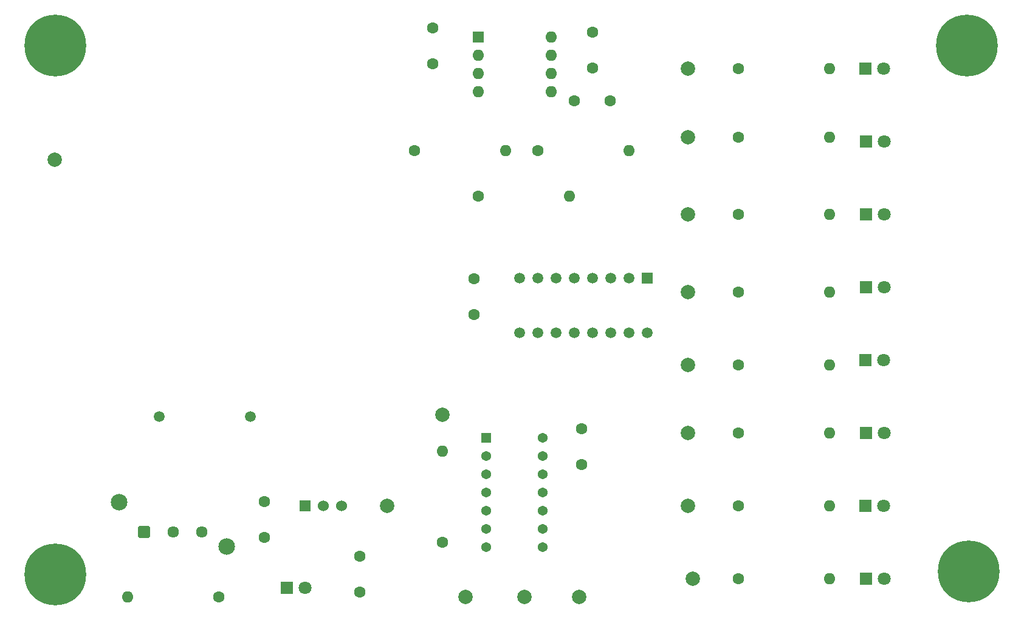
<source format=gbs>
%TF.GenerationSoftware,KiCad,Pcbnew,7.0.6*%
%TF.CreationDate,2024-11-05T16:19:32-08:00*%
%TF.ProjectId,LED-Driver,4c45442d-4472-4697-9665-722e6b696361,rev?*%
%TF.SameCoordinates,Original*%
%TF.FileFunction,Soldermask,Bot*%
%TF.FilePolarity,Negative*%
%FSLAX46Y46*%
G04 Gerber Fmt 4.6, Leading zero omitted, Abs format (unit mm)*
G04 Created by KiCad (PCBNEW 7.0.6) date 2024-11-05 16:19:32*
%MOMM*%
%LPD*%
G01*
G04 APERTURE LIST*
G04 Aperture macros list*
%AMRoundRect*
0 Rectangle with rounded corners*
0 $1 Rounding radius*
0 $2 $3 $4 $5 $6 $7 $8 $9 X,Y pos of 4 corners*
0 Add a 4 corners polygon primitive as box body*
4,1,4,$2,$3,$4,$5,$6,$7,$8,$9,$2,$3,0*
0 Add four circle primitives for the rounded corners*
1,1,$1+$1,$2,$3*
1,1,$1+$1,$4,$5*
1,1,$1+$1,$6,$7*
1,1,$1+$1,$8,$9*
0 Add four rect primitives between the rounded corners*
20,1,$1+$1,$2,$3,$4,$5,0*
20,1,$1+$1,$4,$5,$6,$7,0*
20,1,$1+$1,$6,$7,$8,$9,0*
20,1,$1+$1,$8,$9,$2,$3,0*%
G04 Aperture macros list end*
%ADD10C,1.600000*%
%ADD11RoundRect,0.102000X-0.585000X-0.585000X0.585000X-0.585000X0.585000X0.585000X-0.585000X0.585000X0*%
%ADD12C,1.374000*%
%ADD13C,0.900000*%
%ADD14C,8.600000*%
%ADD15C,2.000000*%
%ADD16C,1.500000*%
%ADD17O,1.600000X1.600000*%
%ADD18RoundRect,0.102000X0.705000X-0.705000X0.705000X0.705000X-0.705000X0.705000X-0.705000X-0.705000X0*%
%ADD19C,1.614000*%
%ADD20C,2.307000*%
%ADD21R,1.524000X1.524000*%
%ADD22C,1.524000*%
%ADD23R,1.800000X1.800000*%
%ADD24C,1.800000*%
%ADD25R,1.500000X1.500000*%
%ADD26R,1.600000X1.600000*%
G04 APERTURE END LIST*
D10*
%TO.C,C3*%
X134620000Y-58380000D03*
X134620000Y-53380000D03*
%TD*%
%TO.C,C2*%
X111125000Y-124420000D03*
X111125000Y-119420000D03*
%TD*%
D11*
%TO.C,U3*%
X142035800Y-110490000D03*
D12*
X142035800Y-113030000D03*
X142035800Y-115570000D03*
X142035800Y-118110000D03*
X142035800Y-120650000D03*
X142035800Y-123190000D03*
X142035800Y-125730000D03*
X149975800Y-125730000D03*
X149975800Y-123190000D03*
X149975800Y-120650000D03*
X149975800Y-118110000D03*
X149975800Y-115570000D03*
X149975800Y-113030000D03*
X149975800Y-110490000D03*
%TD*%
D10*
%TO.C,C4*%
X156845000Y-58975000D03*
X156845000Y-53975000D03*
%TD*%
D13*
%TO.C,H3*%
X78805800Y-129540000D03*
X79750381Y-127259581D03*
X79750381Y-131820419D03*
X82030800Y-126315000D03*
D14*
X82030800Y-129540000D03*
D13*
X82030800Y-132765000D03*
X84311219Y-127259581D03*
X84311219Y-131820419D03*
X85255800Y-129540000D03*
%TD*%
D15*
%TO.C,TP17*%
X81915000Y-71755000D03*
%TD*%
%TO.C,TP5*%
X136005800Y-107315000D03*
%TD*%
D16*
%TO.C,J1*%
X96520000Y-107540000D03*
X109220000Y-107540000D03*
%TD*%
D13*
%TO.C,H1*%
X78805800Y-55830000D03*
X79750381Y-53549581D03*
X79750381Y-58110419D03*
X82030800Y-52605000D03*
D14*
X82030800Y-55830000D03*
D13*
X82030800Y-59055000D03*
X84311219Y-53549581D03*
X84311219Y-58110419D03*
X85255800Y-55830000D03*
%TD*%
D15*
%TO.C,TP9*%
X170180000Y-59055000D03*
%TD*%
D10*
%TO.C,R12*%
X177165000Y-109855000D03*
D17*
X189865000Y-109855000D03*
%TD*%
D15*
%TO.C,TP16*%
X170815000Y-130175000D03*
%TD*%
D10*
%TO.C,R2*%
X132080000Y-70485000D03*
D17*
X144780000Y-70485000D03*
%TD*%
D10*
%TO.C,C1*%
X124460000Y-127040000D03*
X124460000Y-132040000D03*
%TD*%
%TO.C,R10*%
X177165000Y-90170000D03*
D17*
X189865000Y-90170000D03*
%TD*%
D15*
%TO.C,TP12*%
X170180000Y-90170000D03*
%TD*%
%TO.C,TP14*%
X170180000Y-109855000D03*
%TD*%
D18*
%TO.C,S1*%
X94425000Y-123655000D03*
D19*
X98425000Y-123655000D03*
X102425000Y-123655000D03*
D20*
X90925000Y-119455000D03*
X105925000Y-125655000D03*
%TD*%
D21*
%TO.C,U1*%
X116840000Y-120015000D03*
D22*
X119380000Y-120015000D03*
X121920000Y-120015000D03*
%TD*%
D23*
%TO.C,D1*%
X114295000Y-131445000D03*
D24*
X116835000Y-131445000D03*
%TD*%
D10*
%TO.C,R1*%
X104775000Y-132715000D03*
D17*
X92075000Y-132715000D03*
%TD*%
D13*
%TO.C,H4*%
X206065400Y-129164600D03*
X207009981Y-126884181D03*
X207009981Y-131445019D03*
X209290400Y-125939600D03*
D14*
X209290400Y-129164600D03*
D13*
X209290400Y-132389600D03*
X211570819Y-126884181D03*
X211570819Y-131445019D03*
X212515400Y-129164600D03*
%TD*%
D15*
%TO.C,TP15*%
X170180000Y-120015000D03*
%TD*%
D13*
%TO.C,H2*%
X205805800Y-55830000D03*
X206750381Y-53549581D03*
X206750381Y-58110419D03*
X209030800Y-52605000D03*
D14*
X209030800Y-55830000D03*
D13*
X209030800Y-59055000D03*
X211311219Y-53549581D03*
X211311219Y-58110419D03*
X212255800Y-55830000D03*
%TD*%
D23*
%TO.C,D2*%
X194940000Y-59055000D03*
D24*
X197480000Y-59055000D03*
%TD*%
D23*
%TO.C,D4*%
X194945000Y-79375000D03*
D24*
X197485000Y-79375000D03*
%TD*%
D25*
%TO.C,U4*%
X164465000Y-88265000D03*
D16*
X161925000Y-88265000D03*
X159385000Y-88265000D03*
X156845000Y-88265000D03*
X154305000Y-88265000D03*
X151765000Y-88265000D03*
X149225000Y-88265000D03*
X146685000Y-88265000D03*
X146685000Y-95885000D03*
X149225000Y-95885000D03*
X151765000Y-95885000D03*
X154305000Y-95885000D03*
X156845000Y-95885000D03*
X159385000Y-95885000D03*
X161925000Y-95885000D03*
X164465000Y-95885000D03*
%TD*%
D23*
%TO.C,D3*%
X194945000Y-69215000D03*
D24*
X197485000Y-69215000D03*
%TD*%
D10*
%TO.C,R9*%
X177165000Y-79375000D03*
D17*
X189865000Y-79375000D03*
%TD*%
D15*
%TO.C,TP13*%
X170180000Y-100330000D03*
%TD*%
D10*
%TO.C,C6*%
X155370800Y-109260000D03*
X155370800Y-114260000D03*
%TD*%
D23*
%TO.C,D5*%
X194945000Y-89535000D03*
D24*
X197485000Y-89535000D03*
%TD*%
D10*
%TO.C,C5*%
X154305000Y-63500000D03*
X159305000Y-63500000D03*
%TD*%
%TO.C,R8*%
X177165000Y-68580000D03*
D17*
X189865000Y-68580000D03*
%TD*%
D15*
%TO.C,TP10*%
X170180000Y-68580000D03*
%TD*%
D23*
%TO.C,D9*%
X194945000Y-130175000D03*
D24*
X197485000Y-130175000D03*
%TD*%
D15*
%TO.C,TP7*%
X147435800Y-132715000D03*
%TD*%
D10*
%TO.C,R4*%
X149225000Y-70485000D03*
D17*
X161925000Y-70485000D03*
%TD*%
D10*
%TO.C,R6*%
X136005800Y-125095000D03*
D17*
X136005800Y-112395000D03*
%TD*%
D15*
%TO.C,TP8*%
X155055800Y-132715000D03*
%TD*%
D10*
%TO.C,R14*%
X177165000Y-130175000D03*
D17*
X189865000Y-130175000D03*
%TD*%
D23*
%TO.C,D8*%
X194940000Y-120015000D03*
D24*
X197480000Y-120015000D03*
%TD*%
D26*
%TO.C,U2*%
X140950000Y-54620000D03*
D17*
X140950000Y-57160000D03*
X140950000Y-59700000D03*
X140950000Y-62240000D03*
X151110000Y-62240000D03*
X151110000Y-59700000D03*
X151110000Y-57160000D03*
X151110000Y-54620000D03*
%TD*%
D10*
%TO.C,C7*%
X140335000Y-93305000D03*
X140335000Y-88305000D03*
%TD*%
D15*
%TO.C,TP6*%
X139180800Y-132715000D03*
%TD*%
%TO.C,TP11*%
X170180000Y-79375000D03*
%TD*%
%TO.C,TP2*%
X128270000Y-120015000D03*
%TD*%
D10*
%TO.C,R7*%
X177165000Y-59055000D03*
D17*
X189865000Y-59055000D03*
%TD*%
D10*
%TO.C,R13*%
X177165000Y-120015000D03*
D17*
X189865000Y-120015000D03*
%TD*%
D10*
%TO.C,R11*%
X177165000Y-100330000D03*
D17*
X189865000Y-100330000D03*
%TD*%
D23*
%TO.C,D7*%
X194945000Y-109855000D03*
D24*
X197485000Y-109855000D03*
%TD*%
D10*
%TO.C,R3*%
X140970000Y-76835000D03*
D17*
X153670000Y-76835000D03*
%TD*%
D23*
%TO.C,D6*%
X194940000Y-99695000D03*
D24*
X197480000Y-99695000D03*
%TD*%
M02*

</source>
